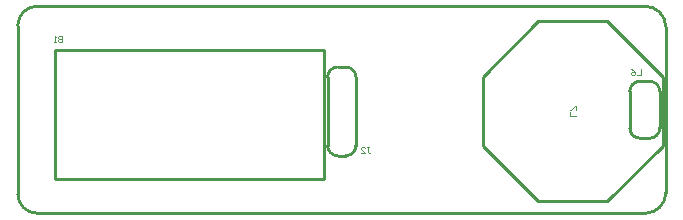
<source format=gbo>
G04*
G04 #@! TF.GenerationSoftware,Altium Limited,Altium Designer,20.2.6 (244)*
G04*
G04 Layer_Color=32896*
%FSLAX25Y25*%
%MOIN*%
G70*
G04*
G04 #@! TF.SameCoordinates,535AE1F0-9979-4E68-9054-F600688F37C9*
G04*
G04*
G04 #@! TF.FilePolarity,Positive*
G04*
G01*
G75*
%ADD10C,0.01000*%
%ADD19C,0.00200*%
D10*
X216000Y62172D02*
G03*
X209172Y69000I-6828J0D01*
G01*
Y0D02*
G03*
X216000Y6828I0J6828D01*
G01*
X210586Y25000D02*
G03*
X214000Y28414I0J3414D01*
G01*
X204000D02*
G03*
X207414Y25000I3414J0D01*
G01*
Y44000D02*
G03*
X204000Y40586I0J-3414D01*
G01*
X214000D02*
G03*
X210586Y44000I-3414J0D01*
G01*
X103276Y22529D02*
G03*
X106608Y19197I3332J0D01*
G01*
X109392D02*
G03*
X112724Y22529I0J3332D01*
G01*
Y45392D02*
G03*
X109392Y48724I-3332J0D01*
G01*
X106608D02*
G03*
X103276Y45392I0J-3332D01*
G01*
X6449Y69000D02*
G03*
X0Y62550I0J-6449D01*
G01*
Y6449D02*
G03*
X6449Y0I6449J0D01*
G01*
X204000Y69000D02*
X209172D01*
X216000Y6828D02*
Y62172D01*
X204000Y28414D02*
Y40586D01*
X207414Y25000D02*
X210586D01*
X214000Y28414D02*
Y40586D01*
X207414Y44000D02*
X210586D01*
X173500Y64000D02*
X196500D01*
X215000Y45500D01*
Y22500D02*
Y45500D01*
X173500Y4000D02*
X196500D01*
X215000Y22500D01*
X155000D02*
X173500Y4000D01*
X155000Y22500D02*
Y45500D01*
X173500Y64000D01*
X106608Y19197D02*
X109392D01*
X103276Y22529D02*
Y45392D01*
X106608Y48724D02*
X109392D01*
X112724Y22529D02*
Y45392D01*
X0Y6449D02*
Y7450D01*
X6449Y0D02*
X7450D01*
X6449Y69000D02*
X204000D01*
X0Y7450D02*
Y62550D01*
X7450Y0D02*
X209172D01*
X12500Y44000D02*
Y54500D01*
X102000D01*
Y11500D02*
Y54500D01*
X12500Y11500D02*
X102000D01*
X12500D02*
Y22000D01*
Y44000D01*
X215996Y62174D02*
G03*
X209000Y69000I-6828J0D01*
G01*
X209172Y0D02*
G03*
X216000Y6828I0J6828D01*
G01*
X6449Y69000D02*
G03*
X0Y62550I0J-6449D01*
G01*
Y6449D02*
G03*
X6449Y0I6449J0D01*
G01*
X216000Y6828D02*
Y62174D01*
X6449Y0D02*
X209172D01*
X6449Y69000D02*
X209000D01*
X0Y6449D02*
Y62550D01*
D19*
X186000Y32334D02*
X184000D01*
Y33667D01*
X186000Y34333D02*
Y35666D01*
X185667D01*
X184334Y34333D01*
X184000D01*
X207666Y48000D02*
Y46000D01*
X206333D01*
X204334Y48000D02*
X205000Y47666D01*
X205667Y47000D01*
Y46334D01*
X205333Y46000D01*
X204667D01*
X204334Y46334D01*
Y46667D01*
X204667Y47000D01*
X205667D01*
X14900Y59199D02*
Y57200D01*
X13900D01*
X13567Y57533D01*
Y57866D01*
X13900Y58200D01*
X14900D01*
X13900D01*
X13567Y58533D01*
Y58866D01*
X13900Y59199D01*
X14900D01*
X12901Y57200D02*
X12234D01*
X12567D01*
Y59199D01*
X12901Y58866D01*
X116333Y22000D02*
X117000D01*
X116666D01*
Y20334D01*
X117000Y20000D01*
X117333D01*
X117666Y20334D01*
X114334Y20000D02*
X115667D01*
X114334Y21333D01*
Y21666D01*
X114667Y22000D01*
X115333D01*
X115667Y21666D01*
M02*

</source>
